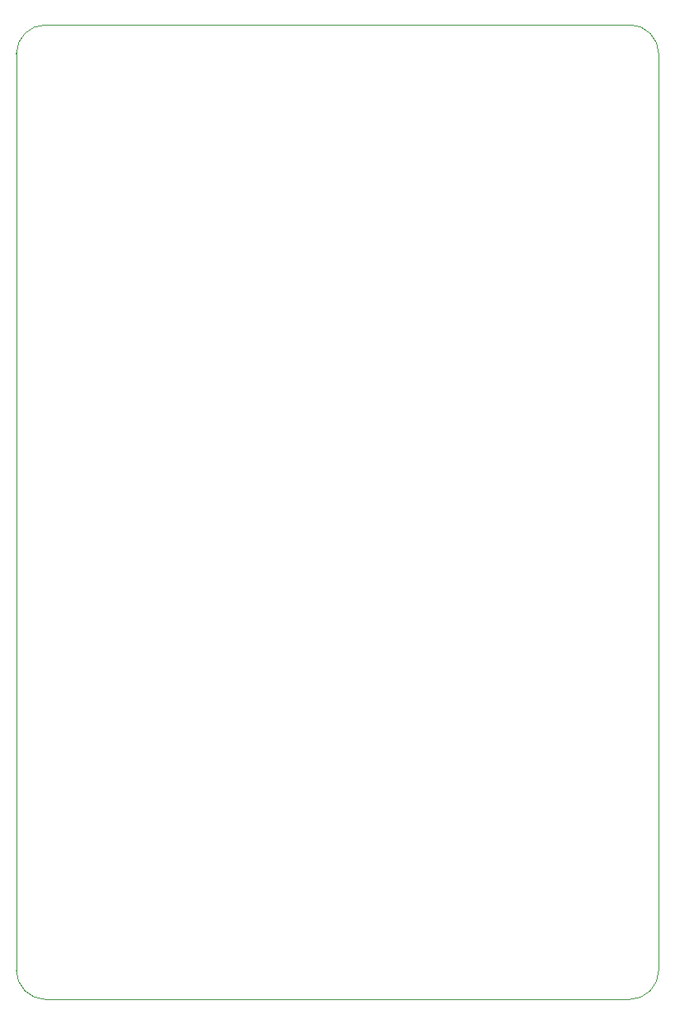
<source format=gm1>
G04 #@! TF.GenerationSoftware,KiCad,Pcbnew,(6.0.7)*
G04 #@! TF.CreationDate,2023-02-11T16:50:08-06:00*
G04 #@! TF.ProjectId,ContactorDriver,436f6e74-6163-4746-9f72-447269766572,rev?*
G04 #@! TF.SameCoordinates,Original*
G04 #@! TF.FileFunction,Profile,NP*
%FSLAX46Y46*%
G04 Gerber Fmt 4.6, Leading zero omitted, Abs format (unit mm)*
G04 Created by KiCad (PCBNEW (6.0.7)) date 2023-02-11 16:50:08*
%MOMM*%
%LPD*%
G01*
G04 APERTURE LIST*
G04 #@! TA.AperFunction,Profile*
%ADD10C,0.050000*%
G04 #@! TD*
G04 APERTURE END LIST*
D10*
X167000000Y-168000000D02*
X227000000Y-168000000D01*
X164000000Y-71000000D02*
X164000000Y-165000000D01*
X164000000Y-165000000D02*
G75*
G03*
X167000000Y-168000000I3000000J0D01*
G01*
X167000000Y-68000000D02*
G75*
G03*
X164000000Y-71000000I0J-3000000D01*
G01*
X227000000Y-68000000D02*
X167000000Y-68000000D01*
X230000000Y-165000000D02*
X230000000Y-71000000D01*
X227000000Y-168000000D02*
G75*
G03*
X230000000Y-165000000I0J3000000D01*
G01*
X230000000Y-71000000D02*
G75*
G03*
X227000000Y-68000000I-3000000J0D01*
G01*
M02*

</source>
